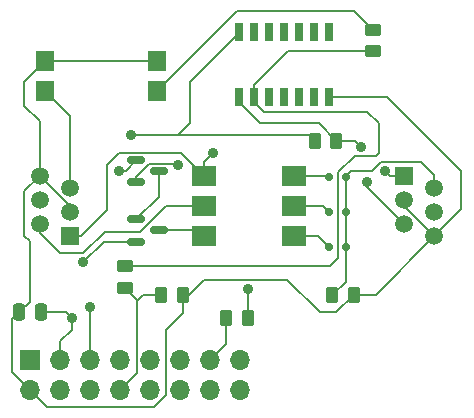
<source format=gbr>
%TF.GenerationSoftware,KiCad,Pcbnew,8.0.1*%
%TF.CreationDate,2024-05-29T09:24:11+02:00*%
%TF.ProjectId,KiCad schema,4b694361-6420-4736-9368-656d612e6b69,rev?*%
%TF.SameCoordinates,Original*%
%TF.FileFunction,Copper,L1,Top*%
%TF.FilePolarity,Positive*%
%FSLAX46Y46*%
G04 Gerber Fmt 4.6, Leading zero omitted, Abs format (unit mm)*
G04 Created by KiCad (PCBNEW 8.0.1) date 2024-05-29 09:24:11*
%MOMM*%
%LPD*%
G01*
G04 APERTURE LIST*
G04 Aperture macros list*
%AMRoundRect*
0 Rectangle with rounded corners*
0 $1 Rounding radius*
0 $2 $3 $4 $5 $6 $7 $8 $9 X,Y pos of 4 corners*
0 Add a 4 corners polygon primitive as box body*
4,1,4,$2,$3,$4,$5,$6,$7,$8,$9,$2,$3,0*
0 Add four circle primitives for the rounded corners*
1,1,$1+$1,$2,$3*
1,1,$1+$1,$4,$5*
1,1,$1+$1,$6,$7*
1,1,$1+$1,$8,$9*
0 Add four rect primitives between the rounded corners*
20,1,$1+$1,$2,$3,$4,$5,0*
20,1,$1+$1,$4,$5,$6,$7,0*
20,1,$1+$1,$6,$7,$8,$9,0*
20,1,$1+$1,$8,$9,$2,$3,0*%
G04 Aperture macros list end*
%TA.AperFunction,SMDPad,CuDef*%
%ADD10RoundRect,0.250000X0.262500X0.450000X-0.262500X0.450000X-0.262500X-0.450000X0.262500X-0.450000X0*%
%TD*%
%TA.AperFunction,SMDPad,CuDef*%
%ADD11R,0.700000X1.550000*%
%TD*%
%TA.AperFunction,ComponentPad*%
%ADD12R,1.520000X1.520000*%
%TD*%
%TA.AperFunction,ComponentPad*%
%ADD13C,1.520000*%
%TD*%
%TA.AperFunction,SMDPad,CuDef*%
%ADD14RoundRect,0.250000X0.250000X0.475000X-0.250000X0.475000X-0.250000X-0.475000X0.250000X-0.475000X0*%
%TD*%
%TA.AperFunction,SMDPad,CuDef*%
%ADD15RoundRect,0.150000X-0.587500X-0.150000X0.587500X-0.150000X0.587500X0.150000X-0.587500X0.150000X0*%
%TD*%
%TA.AperFunction,SMDPad,CuDef*%
%ADD16RoundRect,0.150000X-0.150000X-0.200000X0.150000X-0.200000X0.150000X0.200000X-0.150000X0.200000X0*%
%TD*%
%TA.AperFunction,SMDPad,CuDef*%
%ADD17R,1.500000X1.780000*%
%TD*%
%TA.AperFunction,SMDPad,CuDef*%
%ADD18RoundRect,0.250000X-0.450000X0.262500X-0.450000X-0.262500X0.450000X-0.262500X0.450000X0.262500X0*%
%TD*%
%TA.AperFunction,SMDPad,CuDef*%
%ADD19RoundRect,0.250000X-0.262500X-0.450000X0.262500X-0.450000X0.262500X0.450000X-0.262500X0.450000X0*%
%TD*%
%TA.AperFunction,SMDPad,CuDef*%
%ADD20R,2.000000X1.780000*%
%TD*%
%TA.AperFunction,ComponentPad*%
%ADD21O,1.700000X1.700000*%
%TD*%
%TA.AperFunction,ComponentPad*%
%ADD22R,1.700000X1.700000*%
%TD*%
%TA.AperFunction,ViaPad*%
%ADD23C,0.900000*%
%TD*%
%TA.AperFunction,Conductor*%
%ADD24C,0.200000*%
%TD*%
G04 APERTURE END LIST*
D10*
%TO.P,R1,1*%
%TO.N,Net-(Q1-E)*%
X102912500Y-76500000D03*
%TO.P,R1,2*%
%TO.N,m5_DATA_REQ*%
X101087500Y-76500000D03*
%TD*%
D11*
%TO.P,IC1,1,1A*%
%TO.N,meter_DATAOUT*%
X102190000Y-57725000D03*
%TO.P,IC1,2,1Y*%
%TO.N,Net-(IC1-1Y)*%
X103460000Y-57725000D03*
%TO.P,IC1,3,2A*%
%TO.N,unconnected-(IC1-2A-Pad3)*%
X104730000Y-57725000D03*
%TO.P,IC1,4,2Y*%
%TO.N,unconnected-(IC1-2Y-Pad4)*%
X106000000Y-57725000D03*
%TO.P,IC1,5,3A*%
%TO.N,unconnected-(IC1-3A-Pad5)*%
X107270000Y-57725000D03*
%TO.P,IC1,6,3Y*%
%TO.N,unconnected-(IC1-3Y-Pad6)*%
X108540000Y-57725000D03*
%TO.P,IC1,7,GND*%
%TO.N,EXT_DATA_GND*%
X109810000Y-57725000D03*
%TO.P,IC1,8,4Y*%
%TO.N,unconnected-(IC1-4Y-Pad8)*%
X109810000Y-52275000D03*
%TO.P,IC1,9,4A*%
%TO.N,unconnected-(IC1-4A-Pad9)*%
X108540000Y-52275000D03*
%TO.P,IC1,10,5Y*%
%TO.N,unconnected-(IC1-5Y-Pad10)*%
X107270000Y-52275000D03*
%TO.P,IC1,11,5A*%
%TO.N,unconnected-(IC1-5A-Pad11)*%
X106000000Y-52275000D03*
%TO.P,IC1,12,6Y*%
%TO.N,unconnected-(IC1-6Y-Pad12)*%
X104730000Y-52275000D03*
%TO.P,IC1,13,6A*%
%TO.N,unconnected-(IC1-6A-Pad13)*%
X103460000Y-52275000D03*
%TO.P,IC1,14,VCC*%
%TO.N,VCC*%
X102190000Y-52275000D03*
%TD*%
D12*
%TO.P,J3,1*%
%TO.N,5V_METER*%
X87840000Y-69550000D03*
D13*
%TO.P,J3,2*%
%TO.N,EXT_DATA_REQ*%
X85300000Y-68530000D03*
%TO.P,J3,3*%
%TO.N,EXT_DATA_GND*%
X87840000Y-67510000D03*
%TO.P,J3,4*%
%TO.N,unconnected-(J3-Pad4)*%
X85300000Y-66490000D03*
%TO.P,J3,5*%
%TO.N,EXT_DATA*%
X87840000Y-65470000D03*
%TO.P,J3,6*%
%TO.N,EXT_DATA_GND*%
X85300000Y-64450000D03*
%TD*%
D14*
%TO.P,C1,1*%
%TO.N,VCC*%
X85450000Y-76000000D03*
%TO.P,C1,2*%
%TO.N,EXT_DATA_GND*%
X83550000Y-76000000D03*
%TD*%
D15*
%TO.P,Q1,1,B*%
%TO.N,+3.3V*%
X93500000Y-63100000D03*
%TO.P,Q1,2,E*%
%TO.N,Net-(Q1-E)*%
X93500000Y-65000000D03*
%TO.P,Q1,3,C*%
%TO.N,Net-(Q1-C)*%
X95375000Y-64050000D03*
%TD*%
D16*
%TO.P,D3,1,K*%
%TO.N,METER_DATA_REQ*%
X111200000Y-70500000D03*
%TO.P,D3,2,A*%
%TO.N,Net-(D3-A)*%
X109800000Y-70500000D03*
%TD*%
D17*
%TO.P,U1,1*%
%TO.N,Net-(R5-Pad1)*%
X95265000Y-57270000D03*
%TO.P,U1,2*%
%TO.N,EXT_DATA_GND*%
X95265000Y-54730000D03*
%TO.P,U1,3*%
X85735000Y-54730000D03*
%TO.P,U1,4*%
%TO.N,EXT_DATA*%
X85735000Y-57270000D03*
%TD*%
D18*
%TO.P,R3,1*%
%TO.N,Net-(IC1-1Y)*%
X92500000Y-72087500D03*
%TO.P,R3,2*%
%TO.N,Reader_IN*%
X92500000Y-73912500D03*
%TD*%
D12*
%TO.P,J2,1*%
%TO.N,5V_METER*%
X116160000Y-64450000D03*
D13*
%TO.P,J2,2*%
%TO.N,METER_DATA_REQ*%
X118700000Y-65470000D03*
%TO.P,J2,3*%
%TO.N,EXT_DATA_GND*%
X116160000Y-66490000D03*
%TO.P,J2,4*%
%TO.N,unconnected-(J2-Pad4)*%
X118700000Y-67510000D03*
%TO.P,J2,5*%
%TO.N,meter_DATAOUT*%
X116160000Y-68530000D03*
%TO.P,J2,6*%
%TO.N,EXT_DATA_GND*%
X118700000Y-69550000D03*
%TD*%
D15*
%TO.P,Q2,1,B*%
%TO.N,Net-(Q1-C)*%
X93500000Y-68100000D03*
%TO.P,Q2,2,E*%
%TO.N,VCC*%
X93500000Y-70000000D03*
%TO.P,Q2,3,C*%
%TO.N,DATA_REQ*%
X95375000Y-69050000D03*
%TD*%
D18*
%TO.P,R5,1*%
%TO.N,Net-(R5-Pad1)*%
X113500000Y-52087500D03*
%TO.P,R5,2*%
%TO.N,Net-(IC1-1Y)*%
X113500000Y-53912500D03*
%TD*%
D19*
%TO.P,R4,1*%
%TO.N,Reader_IN*%
X95587500Y-74500000D03*
%TO.P,R4,2*%
%TO.N,EXT_DATA_GND*%
X97412500Y-74500000D03*
%TD*%
D20*
%TO.P,SW1,1*%
%TO.N,5V_METER*%
X99190000Y-64460000D03*
%TO.P,SW1,2*%
%TO.N,EXT_DATA_REQ*%
X99190000Y-67000000D03*
%TO.P,SW1,3*%
%TO.N,DATA_REQ*%
X99190000Y-69540000D03*
%TO.P,SW1,4*%
%TO.N,Net-(D3-A)*%
X106810000Y-69540000D03*
%TO.P,SW1,5*%
%TO.N,Net-(D2-A)*%
X106810000Y-67000000D03*
%TO.P,SW1,6*%
%TO.N,Net-(D1-A)*%
X106810000Y-64460000D03*
%TD*%
D16*
%TO.P,D1,1,K*%
%TO.N,METER_DATA_REQ*%
X111200000Y-64500000D03*
%TO.P,D1,2,A*%
%TO.N,Net-(D1-A)*%
X109800000Y-64500000D03*
%TD*%
D10*
%TO.P,R6,1*%
%TO.N,EXT_DATA_GND*%
X111912500Y-74500000D03*
%TO.P,R6,2*%
%TO.N,METER_DATA_REQ*%
X110087500Y-74500000D03*
%TD*%
D19*
%TO.P,R2,1*%
%TO.N,VCC*%
X108587500Y-61500000D03*
%TO.P,R2,2*%
%TO.N,meter_DATAOUT*%
X110412500Y-61500000D03*
%TD*%
D16*
%TO.P,D2,1,K*%
%TO.N,METER_DATA_REQ*%
X111200000Y-67500000D03*
%TO.P,D2,2,A*%
%TO.N,Net-(D2-A)*%
X109800000Y-67500000D03*
%TD*%
D21*
%TO.P,J1,3V3,Pin_14*%
%TO.N,+3.3V*%
X89580000Y-80000000D03*
%TO.P,J1,5VIN,Pin_2*%
%TO.N,unconnected-(J1-Pin_2-Pad5VIN)*%
X87040000Y-82540000D03*
%TO.P,J1,5VOUT,Pin_15*%
%TO.N,VCC*%
X87040000Y-80000000D03*
D22*
%TO.P,J1,BAT,Pin_16*%
%TO.N,unconnected-(J1-Pin_16-PadBAT)*%
X84500000Y-80000000D03*
D21*
%TO.P,J1,G13,Pin_4*%
%TO.N,Reader_IN*%
X92120000Y-82540000D03*
%TO.P,J1,G14,Pin_13*%
%TO.N,unconnected-(J1-Pin_13-PadG14)*%
X92120000Y-80000000D03*
%TO.P,J1,G18,Pin_6*%
%TO.N,unconnected-(J1-Pin_6-PadG18)*%
X97200000Y-82540000D03*
%TO.P,J1,G21,Pin_5*%
%TO.N,unconnected-(J1-Pin_5-PadG21)*%
X94660000Y-82540000D03*
%TO.P,J1,G22,Pin_12*%
%TO.N,unconnected-(J1-Pin_12-PadG22)*%
X94660000Y-80000000D03*
%TO.P,J1,G23,Pin_8*%
%TO.N,unconnected-(J1-Pin_8-PadG23)*%
X102280000Y-82540000D03*
%TO.P,J1,G25,Pin_9*%
%TO.N,unconnected-(J1-Pin_9-PadG25)*%
X102280000Y-80000000D03*
%TO.P,J1,G26,Pin_10*%
%TO.N,m5_DATA_REQ*%
X99740000Y-80000000D03*
%TO.P,J1,G34,Pin_7*%
%TO.N,unconnected-(J1-Pin_7-PadG34)*%
X99740000Y-82540000D03*
%TO.P,J1,G36,Pin_11*%
%TO.N,unconnected-(J1-Pin_11-PadG36)*%
X97200000Y-80000000D03*
%TO.P,J1,GND,Pin_1*%
%TO.N,EXT_DATA_GND*%
X84500000Y-82540000D03*
%TO.P,J1,RST,Pin_3*%
%TO.N,unconnected-(J1-Pin_3-PadRST)*%
X89580000Y-82540000D03*
%TD*%
D23*
%TO.N,VCC*%
X88000000Y-76500000D03*
X89000000Y-71750000D03*
X93000000Y-61000000D03*
%TO.N,meter_DATAOUT*%
X113000000Y-65000000D03*
X112500000Y-62000000D03*
%TO.N,+3.3V*%
X92000000Y-64000000D03*
X89580000Y-75580000D03*
%TO.N,Net-(Q1-E)*%
X102912500Y-74000000D03*
X97000000Y-63500000D03*
%TO.N,5V_METER*%
X100000000Y-62500000D03*
X114500000Y-64000000D03*
%TD*%
D24*
%TO.N,METER_DATA_REQ*%
X111200000Y-73387500D02*
X110087500Y-74500000D01*
X111200000Y-70500000D02*
X111200000Y-73387500D01*
X111200000Y-70500000D02*
X111200000Y-67500000D01*
%TO.N,Net-(D3-A)*%
X108840000Y-69540000D02*
X109800000Y-70500000D01*
X106810000Y-69540000D02*
X108840000Y-69540000D01*
%TO.N,Net-(IC1-1Y)*%
X109912500Y-72087500D02*
X92500000Y-72087500D01*
X110600000Y-71400000D02*
X109912500Y-72087500D01*
X110600000Y-64109448D02*
X110600000Y-71400000D01*
X113750000Y-62750000D02*
X111959448Y-62750000D01*
X114000000Y-62500000D02*
X113750000Y-62750000D01*
X111959448Y-62750000D02*
X110600000Y-64109448D01*
X114000000Y-60000000D02*
X114000000Y-62500000D01*
X113000000Y-59000000D02*
X114000000Y-60000000D01*
X103460000Y-58180000D02*
X104280000Y-59000000D01*
X103460000Y-57725000D02*
X103460000Y-58180000D01*
X104280000Y-59000000D02*
X113000000Y-59000000D01*
%TO.N,EXT_DATA_GND*%
X110412500Y-76000000D02*
X111912500Y-74500000D01*
X109000000Y-76000000D02*
X110412500Y-76000000D01*
X106250000Y-73250000D02*
X109000000Y-76000000D01*
X99206250Y-73250000D02*
X106250000Y-73250000D01*
X97412500Y-74500000D02*
X97956250Y-74500000D01*
X97956250Y-74500000D02*
X99206250Y-73250000D01*
X113750000Y-74500000D02*
X111912500Y-74500000D01*
X118700000Y-69550000D02*
X113750000Y-74500000D01*
X96000000Y-77500000D02*
X97412500Y-76087500D01*
X95000000Y-84000000D02*
X96000000Y-83000000D01*
X85960000Y-84000000D02*
X95000000Y-84000000D01*
X84500000Y-82540000D02*
X85960000Y-84000000D01*
X96000000Y-83000000D02*
X96000000Y-77500000D01*
X97412500Y-76087500D02*
X97412500Y-74500000D01*
%TO.N,Reader_IN*%
X94010000Y-74500000D02*
X93510000Y-75000000D01*
X95587500Y-74500000D02*
X94010000Y-74500000D01*
%TO.N,VCC*%
X88000000Y-77500000D02*
X87040000Y-78460000D01*
X98000000Y-60000000D02*
X97000000Y-61000000D01*
X87500000Y-76000000D02*
X85450000Y-76000000D01*
X98000000Y-56500000D02*
X98000000Y-60000000D01*
X102190000Y-52310000D02*
X98000000Y-56500000D01*
X88000000Y-76500000D02*
X87500000Y-76000000D01*
X90750000Y-70000000D02*
X93500000Y-70000000D01*
X94000000Y-61000000D02*
X108087500Y-61000000D01*
X97000000Y-61000000D02*
X94000000Y-61000000D01*
X88000000Y-76500000D02*
X88000000Y-77500000D01*
X89000000Y-71750000D02*
X90750000Y-70000000D01*
X108087500Y-61000000D02*
X108587500Y-61500000D01*
X93150000Y-61000000D02*
X94000000Y-61000000D01*
X102190000Y-52275000D02*
X102190000Y-52310000D01*
X87040000Y-78460000D02*
X87040000Y-80000000D01*
%TO.N,meter_DATAOUT*%
X108912500Y-60000000D02*
X110412500Y-61500000D01*
X102190000Y-57725000D02*
X102190000Y-58190000D01*
X113000000Y-65370000D02*
X113000000Y-65000000D01*
X102190000Y-58190000D02*
X104000000Y-60000000D01*
X112000000Y-61500000D02*
X110412500Y-61500000D01*
X112500000Y-62000000D02*
X112000000Y-61500000D01*
X104000000Y-60000000D02*
X108912500Y-60000000D01*
X116160000Y-68530000D02*
X113000000Y-65370000D01*
%TO.N,m5_DATA_REQ*%
X99740000Y-80000000D02*
X101087500Y-78652500D01*
X101087500Y-78652500D02*
X101087500Y-76500000D01*
%TO.N,DATA_REQ*%
X98700000Y-69050000D02*
X99190000Y-69540000D01*
X95375000Y-69050000D02*
X98700000Y-69050000D01*
%TO.N,Net-(Q1-C)*%
X93500000Y-68100000D02*
X95375000Y-66225000D01*
X95375000Y-66225000D02*
X95375000Y-64050000D01*
%TO.N,+3.3V*%
X92000000Y-64000000D02*
X92600000Y-64000000D01*
X89580000Y-80000000D02*
X89580000Y-75580000D01*
X92600000Y-64000000D02*
X93500000Y-63100000D01*
%TO.N,Net-(Q1-E)*%
X94596948Y-63450000D02*
X93500000Y-64546948D01*
X102912500Y-74000000D02*
X102912500Y-76500000D01*
X97000000Y-63500000D02*
X96950000Y-63450000D01*
X96950000Y-63450000D02*
X94596948Y-63450000D01*
X93500000Y-64546948D02*
X93500000Y-65000000D01*
%TO.N,Reader_IN*%
X92120000Y-82540000D02*
X93510000Y-81150000D01*
X93510000Y-75000000D02*
X93510000Y-74922500D01*
X93510000Y-81150000D02*
X93510000Y-75000000D01*
X93510000Y-74922500D02*
X92500000Y-73912500D01*
%TO.N,EXT_DATA_GND*%
X85735000Y-54730000D02*
X84000000Y-56465000D01*
X121000000Y-67250000D02*
X118700000Y-69550000D01*
X85300000Y-64450000D02*
X87840000Y-66990000D01*
X83550000Y-76000000D02*
X84450000Y-75100000D01*
X84450000Y-75100000D02*
X84450000Y-69950000D01*
X121000000Y-64000000D02*
X121000000Y-67250000D01*
X85300000Y-59800000D02*
X85300000Y-64450000D01*
X87840000Y-66990000D02*
X87840000Y-67510000D01*
X84000000Y-56465000D02*
X84000000Y-58500000D01*
X84450000Y-69950000D02*
X84000000Y-69500000D01*
X84000000Y-58500000D02*
X85300000Y-59800000D01*
X116160000Y-66490000D02*
X116160000Y-66990000D01*
X83000000Y-81040000D02*
X83000000Y-76550000D01*
X118700000Y-69530000D02*
X118700000Y-70050000D01*
X84500000Y-82540000D02*
X83000000Y-81040000D01*
X83000000Y-76550000D02*
X83550000Y-76000000D01*
X116160000Y-66990000D02*
X118700000Y-69530000D01*
X85735000Y-54730000D02*
X95265000Y-54730000D01*
X109810000Y-57725000D02*
X114725000Y-57725000D01*
X114725000Y-57725000D02*
X121000000Y-64000000D01*
X84000000Y-69500000D02*
X84000000Y-65750000D01*
X84000000Y-65750000D02*
X85300000Y-64450000D01*
X116160000Y-67010000D02*
X116160000Y-66490000D01*
%TO.N,Net-(IC1-1Y)*%
X106297500Y-53912500D02*
X103460000Y-56750000D01*
X113500000Y-53912500D02*
X106297500Y-53912500D01*
X103460000Y-56750000D02*
X103460000Y-57725000D01*
%TO.N,METER_DATA_REQ*%
X113439339Y-64000000D02*
X114189339Y-63250000D01*
X118700000Y-64395198D02*
X118700000Y-65470000D01*
X114189339Y-63250000D02*
X117554802Y-63250000D01*
X117554802Y-63250000D02*
X118700000Y-64395198D01*
X111700000Y-64000000D02*
X113439339Y-64000000D01*
X111200000Y-67500000D02*
X111200000Y-64500000D01*
X111200000Y-64500000D02*
X111700000Y-64000000D01*
%TO.N,Net-(D1-A)*%
X106810000Y-64460000D02*
X109760000Y-64460000D01*
X109760000Y-64460000D02*
X109800000Y-64500000D01*
%TO.N,5V_METER*%
X91000000Y-63500000D02*
X92000000Y-62500000D01*
X87840000Y-69550000D02*
X88800000Y-69550000D01*
X92000000Y-62500000D02*
X97230000Y-62500000D01*
X116160000Y-64450000D02*
X114950000Y-64450000D01*
X99190000Y-63310000D02*
X99190000Y-64460000D01*
X97230000Y-62500000D02*
X99190000Y-64460000D01*
X91000000Y-67350000D02*
X91000000Y-63500000D01*
X88800000Y-69550000D02*
X91000000Y-67350000D01*
X114950000Y-64450000D02*
X114500000Y-64000000D01*
X100000000Y-62500000D02*
X99190000Y-63310000D01*
%TO.N,EXT_DATA_REQ*%
X85300000Y-69300000D02*
X85300000Y-68530000D01*
X95978052Y-67000000D02*
X93770209Y-69207843D01*
X89000000Y-71000000D02*
X87000000Y-71000000D01*
X87000000Y-71000000D02*
X85300000Y-69300000D01*
X93770209Y-69207843D02*
X90792157Y-69207843D01*
X90792157Y-69207843D02*
X89000000Y-71000000D01*
X99190000Y-67000000D02*
X95978052Y-67000000D01*
%TO.N,EXT_DATA*%
X87840000Y-59375000D02*
X87840000Y-65470000D01*
X85735000Y-57270000D02*
X87840000Y-59375000D01*
%TO.N,Net-(R5-Pad1)*%
X111912500Y-50500000D02*
X102035000Y-50500000D01*
X113500000Y-52087500D02*
X111912500Y-50500000D01*
X102035000Y-50500000D02*
X95265000Y-57270000D01*
%TO.N,Net-(D2-A)*%
X106810000Y-67000000D02*
X109300000Y-67000000D01*
X109300000Y-67000000D02*
X109800000Y-67500000D01*
%TD*%
M02*

</source>
